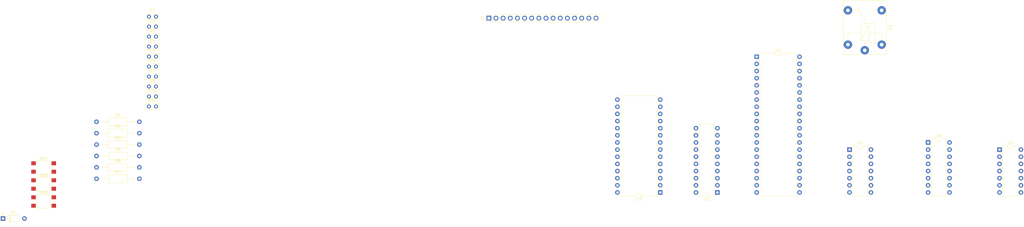
<source format=kicad_pcb>
(kicad_pcb (version 20221018) (generator pcbnew)
  (layers (0 "F.Cu" signal) (31 "B.Cu" signal) (34 "B.Paste" user) (35 "F.Paste" user) (36 "B.SilkS" user "B.Silkscreen") (37 "F.SilkS" user "F.Silkscreen") (38 "B.Mask" user) (39 "F.Mask" user) (44 "Edge.Cuts" user))
  (net 0 "")
  (net 1 "GND")
  (net 2 "+5V")
  (net 3 "/DISP_V0")
  (net 4 "/DISP_RS")
  (net 5 "/DISP_E")
  (net 6 "/DISP_D4")
  (net 7 "/DISP_D5")
  (net 8 "/DISP_D6")
  (net 9 "/DISP_D7")
  (net 10 "Net-(U1-X1)")
  (net 11 "Net-(U1-X2)")
  (net 12 "Net-(U1-~{RESET})")
  (net 13 "Net-(C10-Pad1)")
  (net 15 "/PSEN")
  (net 17 "/ALE")
  (net 18 "/ADDR_DATA0")
  (net 19 "/ADDR_DATA1")
  (net 20 "/ADDR_DATA2")
  (net 21 "/ADDR_DATA3")
  (net 22 "/ADDR_DATA4")
  (net 23 "/ADDR_DATA5")
  (net 24 "/ADDR_DATA6")
  (net 25 "/ADDR_DATA7")
  (net 26 "/ADDR8")
  (net 27 "/ADDR9")
  (net 28 "/ADDR10")
  (net 29 "/ADDR11")
  (net 33 "Net-(C11-Pad1)")
  (net 37 "Net-(U2-Q0)")
  (net 38 "Net-(U2-Q1)")
  (net 39 "Net-(U2-Q2)")
  (net 40 "Net-(U2-Q3)")
  (net 41 "/nALE")
  (net 42 "Net-(U2-Q4)")
  (net 43 "Net-(U2-Q5)")
  (net 44 "Net-(U2-Q6)")
  (net 45 "Net-(U2-Q7)")
  (net 48 "Net-(D1-K)")
  (net 49 "Net-(J2-Pin_2)")
  (net 51 "Net-(J2-Pin_1)")
  (net 52 "Net-(SW7-A)")
  (net 53 "Net-(SW7-C)")
  (net 54 "Net-(U7A-S)")
  (net 55 "/BTN1")
  (net 56 "/SS")
  (net 58 "/RELAY")
  (net 59 "/BTN2")
  (net 61 "/SS_BTN")
  (footprint "Package_DIP:DIP-20_W7.62mm" (layer "F.Cu") (at 119.38 93.98 180)
    (fp_text reference "U2" (at 3.81 -2.33) (layer "F.SilkS"))
    (fp_text value "74LS377")
    (fp_line (start 1.16 -1.33) (end 1.16 24.19) (stroke (width 0.12)) (layer "F.SilkS"))
    (fp_line (start 1.16 24.19) (end 6.46 24.19) (stroke (width 0.12)) (layer "F.SilkS"))
    (fp_line (start 2.81 -1.33) (end 1.16 -1.33) (stroke (width 0.12)) (layer "F.SilkS"))
    (fp_line (start 6.46 -1.33) (end 4.81 -1.33) (stroke (width 0.12)) (layer "F.SilkS"))
    (fp_line (start 6.46 24.19) (end 6.46 -1.33) (stroke (width 0.12)) (layer "F.SilkS"))
    (fp_arc (start 4.81 -1.33) (mid 3.81 -0.33) (end 2.81 -1.33) (stroke (width 0.12)) (layer "F.SilkS"))
    (pad "1" thru_hole rect (at 0 0 180) (size 1.6 1.6) (drill 0.8) (layers "*.Cu" "*.Mask") (net 1 "GND"))
    (pad "2" thru_hole oval (at 0 2.54 180) (size 1.6 1.6) (drill 0.8) (layers "*.Cu" "*.Mask") (net 37 "Net-(U2-Q0)"))
    (pad "3" thru_hole oval (at 0 5.08 180) (size 1.6 1.6) (drill 0.8) (layers "*.Cu" "*.Mask") (net 18 "/ADDR_DATA0"))
    (pad "4" thru_hole oval (at 0 7.62 180) (size 1.6 1.6) (drill 0.8) (layers "*.Cu" "*.Mask") (net 19 "/ADDR_DATA1"))
    (pad "5" thru_hole oval (at 0 10.16 180) (size 1.6 1.6) (drill 0.8) (layers "*.Cu" "*.Mask") (net 38 "Net-(U2-Q1)"))
    (pad "6" thru_hole oval (at 0 12.7 180) (size 1.6 1.6) (drill 0.8) (layers "*.Cu" "*.Mask") (net 39 "Net-(U2-Q2)"))
    (pad "7" thru_hole oval (at 0 15.24 180) (size 1.6 1.6) (drill 0.8) (layers "*.Cu" "*.Mask") (net 20 "/ADDR_DATA2"))
    (pad "8" thru_hole oval (at 0 17.78 180) (size 1.6 1.6) (drill 0.8) (layers "*.Cu" "*.Mask") (net 21 "/ADDR_DATA3"))
    (pad "9" thru_hole oval (at 0 20.32 180) (size 1.6 1.6) (drill 0.8) (layers "*.Cu" "*.Mask") (net 40 "Net-(U2-Q3)"))
    (pad "10" thru_hole oval (at 0 22.86 180) (size 1.6 1.6) (drill 0.8) (layers "*.Cu" "*.Mask") (net 1 "GND"))
    (pad "11" thru_hole oval (at 7.62 22.86 180) (size 1.6 1.6) (drill 0.8) (layers "*.Cu" "*.Mask") (net 41 "/nALE"))
    (pad "12" thru_hole oval (at 7.62 20.32 180) (size 1.6 1.6) (drill 0.8) (layers "*.Cu" "*.Mask") (net 42 "Net-(U2-Q4)"))
    (pad "13" thru_hole oval (at 7.62 17.78 180) (size 1.6 1.6) (drill 0.8) (layers "*.Cu" "*.Mask") (net 22 "/ADDR_DATA4"))
    (pad "14" thru_hole oval (at 7.62 15.24 180) (size 1.6 1.6) (drill 0.8) (layers "*.Cu" "*.Mask") (net 23 "/ADDR_DATA5"))
    (pad "15" thru_hole oval (at 7.62 12.7 180) (size 1.6 1.6) (drill 0.8) (layers "*.Cu" "*.Mask") (net 43 "Net-(U2-Q5)"))
    (pad "16" thru_hole oval (at 7.62 10.16 180) (size 1.6 1.6) (drill 0.8) (layers "*.Cu" "*.Mask") (net 44 "Net-(U2-Q6)"))
    (pad "17" thru_hole oval (at 7.62 7.62 180) (size 1.6 1.6) (drill 0.8) (layers "*.Cu" "*.Mask") (net 24 "/ADDR_DATA6"))
    (pad "18" thru_hole oval (at 7.62 5.08 180) (size 1.6 1.6) (drill 0.8) (layers "*.Cu" "*.Mask") (net 25 "/ADDR_DATA7"))
    (pad "19" thru_hole oval (at 7.62 2.54 180) (size 1.6 1.6) (drill 0.8) (layers "*.Cu" "*.Mask") (net 45 "Net-(U2-Q7)"))
    (pad "20" thru_hole oval (at 7.62 0 180) (size 1.6 1.6) (drill 0.8) (layers "*.Cu" "*.Mask") (net 2 "+5V"))
  )
  (footprint "Package_DIP:DIP-14_W7.62mm" (layer "F.Cu") (at 166.37 78.735)
    (fp_text reference "U4" (at 3.81 -2.33) (layer "F.SilkS"))
    (fp_text value "74HC14")
    (fp_line (start 1.16 -1.33) (end 1.16 16.57) (stroke (width 0.12)) (layer "F.SilkS"))
    (fp_line (start 1.16 16.57) (end 6.46 16.57) (stroke (width 0.12)) (layer "F.SilkS"))
    (fp_line (start 2.81 -1.33) (end 1.16 -1.33) (stroke (width 0.12)) (layer "F.SilkS"))
    (fp_line (start 6.46 -1.33) (end 4.81 -1.33) (stroke (width 0.12)) (layer "F.SilkS"))
    (fp_line (start 6.46 16.57) (end 6.46 -1.33) (stroke (width 0.12)) (layer "F.SilkS"))
    (fp_arc (start 4.81 -1.33) (mid 3.81 -0.33) (end 2.81 -1.33) (stroke (width 0.12)) (layer "F.SilkS"))
    (pad "1" thru_hole rect (at 0 0) (size 1.6 1.6) (drill 0.8) (layers "*.Cu" "*.Mask") (net 17 "/ALE"))
    (pad "2" thru_hole oval (at 0 2.54) (size 1.6 1.6) (drill 0.8) (layers "*.Cu" "*.Mask") (net 41 "/nALE"))
    (pad "3" thru_hole oval (at 0 5.08) (size 1.6 1.6) (drill 0.8) (layers "*.Cu" "*.Mask") (net 33 "Net-(C11-Pad1)"))
    (pad "4" thru_hole oval (at 0 7.62) (size 1.6 1.6) (drill 0.8) (layers "*.Cu" "*.Mask") (net 59 "/BTN2"))
    (pad "5" thru_hole oval (at 0 10.16) (size 1.6 1.6) (drill 0.8) (layers "*.Cu" "*.Mask") (net 13 "Net-(C10-Pad1)"))
    (pad "6" thru_hole oval (at 0 12.7) (size 1.6 1.6) (drill 0.8) (layers "*.Cu" "*.Mask") (net 55 "/BTN1"))
    (pad "7" thru_hole oval (at 0 15.24) (size 1.6 1.6) (drill 0.8) (layers "*.Cu" "*.Mask") (net 1 "GND"))
    (pad "8" thru_hole oval (at 7.62 15.24) (size 1.6 1.6) (drill 0.8) (layers "*.Cu" "*.Mask"))
    (pad "9" thru_hole oval (at 7.62 12.7) (size 1.6 1.6) (drill 0.8) (layers "*.Cu" "*.Mask"))
    (pad "10" thru_hole oval (at 7.62 10.16) (size 1.6 1.6) (drill 0.8) (layers "*.Cu" "*.Mask"))
    (pad "11" thru_hole oval (at 7.62 7.62) (size 1.6 1.6) (drill 0.8) (layers "*.Cu" "*.Mask"))
    (pad "12" thru_hole oval (at 7.62 5.08) (size 1.6 1.6) (drill 0.8) (layers "*.Cu" "*.Mask"))
    (pad "13" thru_hole oval (at 7.62 2.54) (size 1.6 1.6) (drill 0.8) (layers "*.Cu" "*.Mask"))
    (pad "14" thru_hole oval (at 7.62 0) (size 1.6 1.6) (drill 0.8) (layers "*.Cu" "*.Mask") (net 2 "+5V"))
  )
  (footprint "Resistor_THT:R_Axial_DIN0207_L6.3mm_D2.5mm_P15.24mm_Horizontal" (layer "F.Cu") (at -101.42 81)
    (fp_text reference "R5" (at 7.62 -2.37) (layer "F.SilkS"))
    (fp_text value "4.7k")
    (fp_line (start 1.04 0) (end 4.35 0) (stroke (width 0.12)) (layer "F.SilkS"))
    (fp_line (start 4.35 -1.37) (end 4.35 1.37) (stroke (width 0.12)) (layer "F.SilkS"))
    (fp_line (start 4.35 1.37) (end 10.89 1.37) (stroke (width 0.12)) (layer "F.SilkS"))
    (fp_line (start 10.89 -1.37) (end 4.35 -1.37) (stroke (width 0.12)) (layer "F.SilkS"))
    (fp_line (start 10.89 1.37) (end 10.89 -1.37) (stroke (width 0.12)) (layer "F.SilkS"))
    (fp_line (start 14.2 0) (end 10.89 0) (stroke (width 0.12)) (layer "F.SilkS"))
    (pad "1" thru_hole circle (at 0 0) (size 1.6 1.6) (drill 0.8) (layers "*.Cu" "*.Mask") (net 52 "Net-(SW7-A)"))
    (pad "2" thru_hole oval (at 15.24 0) (size 1.6 1.6) (drill 0.8) (layers "*.Cu" "*.Mask") (net 1 "GND"))
  )
  (footprint "Button_Switch_SMD:SW_SPST_TL3305C" (layer "F.Cu") (at -120.22 91.15)
    (fp_text reference "SW2" (at 0 -3.2) (layer "F.SilkS"))
    (fp_text value "SW_Push")
    (fp_line (start -2.37 -2.37) (end -2.37 -1.97) (stroke (width 0.12)) (layer "F.SilkS"))
    (fp_line (start -2.37 -2.37) (end 2.37 -2.37) (stroke (width 0.12)) (layer "F.SilkS"))
    (fp_line (start -2.37 1.03) (end -2.37 -1.03) (stroke (width 0.12)) (layer "F.SilkS"))
    (fp_line (start -2.37 2.37) (end -2.37 1.97) (stroke (width 0.12)) (layer "F.SilkS"))
    (fp_line (start -2.37 2.37) (end 2.37 2.37) (stroke (width 0.12)) (layer "F.SilkS"))
    (fp_line (start 2.37 -2.37) (end 2.37 -1.97) (stroke (width 0.12)) (layer "F.SilkS"))
    (fp_line (start 2.37 1.03) (end 2.37 -1.03) (stroke (width 0.12)) (layer "F.SilkS"))
    (fp_line (start 2.37 2.37) (end 2.37 1.97) (stroke (width 0.12)) (layer "F.SilkS"))
    (pad "1" smd rect (at -3.6 -1.5) (size 1.6 1.4) (layers "F.Cu" "F.Paste" "F.Mask") (net 1 "GND"))
    (pad "1" smd rect (at 3.6 -1.5) (size 1.6 1.4) (layers "F.Cu" "F.Paste" "F.Mask") (net 1 "GND"))
    (pad "2" smd rect (at -3.6 1.5) (size 1.6 1.4) (layers "F.Cu" "F.Paste" "F.Mask") (net 12 "Net-(U1-~{RESET})"))
    (pad "2" smd rect (at 3.6 1.5) (size 1.6 1.4) (layers "F.Cu" "F.Paste" "F.Mask") (net 12 "Net-(U1-~{RESET})"))
  )
  (footprint "Relay_THT:Relay_SPDT_Finder_36.11" (layer "F.Cu") (at 171.8 43.41 90)
    (fp_text reference "K2" (at 8.1 9.2 90) (layer "F.SilkS"))
    (fp_text value "FINDER-36.11")
    (fp_line (start -1.5 -7.7) (end -1.5 -1.2) (stroke (width 0.12)) (layer "F.SilkS"))
    (fp_line (start -1.5 -7.7) (end 17.7 -7.7) (stroke (width 0.12)) (layer "F.SilkS"))
    (fp_line (start -1.5 1.2) (end -1.5 7.7) (stroke (width 0.12)) (layer "F.SilkS"))
    (fp_line (start 2.6 0) (end 1.7 0) (stroke (width 0.12)) (layer "F.SilkS"))
    (fp_line (start 2.6 0) (end 2.6 3.7) (stroke (width 0.12)) (layer "F.SilkS"))
    (fp_line (start 3.5 -1.5) (end 8.5 -1.5) (stroke (width 0.12)) (layer "F.SilkS"))
    (fp_line (start 3.5 1.5) (end 3.5 -1.5) (stroke (width 0.12)) (layer "F.SilkS"))
    (fp_line (start 3.7 6) (end 6 6) (stroke (width 0.12)) (layer "F.SilkS"))
    (fp_line (start 6 -6) (end 3.7 -6) (stroke (width 0.12)) (layer "F.SilkS"))
    (fp_line (start 6 -6) (end 6 -1.5) (stroke (width 0.12)) (layer "F.SilkS"))
    (fp_line (start 6 1.5) (end 6 6) (stroke (width 0.12)) (layer "F.SilkS"))
    (fp_line (start 8.5 -1.5) (end 8.5 1.5) (stroke (width 0.12)) (layer "F.SilkS"))
    (fp_line (start 8.5 1.5) (end 3.5 -1.5) (stroke (width 0.12)) (layer "F.SilkS"))
    (fp_line (start 8.5 1.5) (end 3.5 1.5) (stroke (width 0.12)) (layer "F.SilkS"))
    (fp_line (start 9.5 0) (end 9.5 3.7) (stroke (width 0.12)) (layer "F.SilkS"))
    (fp_line (start 9.5 0) (end 11 0) (stroke (width 0.12)) (layer "F.SilkS"))
    (fp_line (start 9.5 3.7) (end 2.6 3.7) (stroke (width 0.12)) (layer "F.SilkS"))
    (fp_line (start 11 0) (end 15.5 -2.7) (stroke (width 0.12)) (layer "F.SilkS"))
    (fp_line (start 14.2 -4.3) (end 14.2 -2) (stroke (width 0.12)) (layer "F.SilkS"))
    (fp_line (start 14.2 4.3) (end 14.2 2) (stroke (width 0.12)) (layer "F.SilkS"))
    (fp_line (start 17.7 -7.7) (end 17.7 7.7) (stroke (width 0.12)) (layer "F.SilkS"))
    (fp_line (start 17.7 7.7) (end -1.5 7.7) (stroke (width 0.12)) (layer "F.SilkS"))
    (pad "11" thru_hole circle (at 0 0 90) (size 3 3) (drill 1.3) (layers "*.Cu" "*.Mask") (net 49 "Net-(J2-Pin_2)"))
    (pad "12" thru_hole circle (at 14.2 -6 90) (size 3 3) (drill 1.3) (layers "*.Cu" "*.Mask"))
    (pad "14" thru_hole circle (at 14.2 6 90) (size 3 3) (drill 1.3) (layers "*.Cu" "*.Mask") (net 51 "Net-(J2-Pin_1)"))
    (pad "A1" thru_hole circle (at 2 6 90) (size 3 3) (drill 1.3) (layers "*.Cu" "*.Mask") (net 1 "GND"))
    (pad "A2" thru_hole circle (at 2 -6 90) (size 3 3) (drill 1.3) (layers "*.Cu" "*.Mask") (net 48 "Net-(D1-K)"))
  )
  (footprint "Resistor_THT:R_Axial_DIN0207_L6.3mm_D2.5mm_P15.24mm_Horizontal" (layer "F.Cu") (at -101.42 89.1)
    (fp_text reference "R7" (at 7.62 -2.37) (layer "F.SilkS"))
    (fp_text value "4.7k")
    (fp_line (start 1.04 0) (end 4.35 0) (stroke (width 0.12)) (layer "F.SilkS"))
    (fp_line (start 4.35 -1.37) (end 4.35 1.37) (stroke (width 0.12)) (layer "F.SilkS"))
    (fp_line (start 4.35 1.37) (end 10.89 1.37) (stroke (width 0.12)) (layer "F.SilkS"))
    (fp_line (start 10.89 -1.37) (end 4.35 -1.37) (stroke (width 0.12)) (layer "F.SilkS"))
    (fp_line (start 10.89 1.37) (end 10.89 -1.37) (stroke (width 0.12)) (layer "F.SilkS"))
    (fp_line (start 14.2 0) (end 10.89 0) (stroke (width 0.12)) (layer "F.SilkS"))
    (pad "1" thru_hole circle (at 0 0) (size 1.6 1.6) (drill 0.8) (layers "*.Cu" "*.Mask") (net 54 "Net-(U7A-S)"))
    (pad "2" thru_hole oval (at 15.24 0) (size 1.6 1.6) (drill 0.8) (layers "*.Cu" "*.Mask") (net 1 "GND"))
  )
  (footprint "Capacitor_THT:C_Rect_L4.6mm_W2.0mm_P2.50mm_MKS02_FKP02" (layer "F.Cu") (at -82.77 45.65)
    (fp_text reference "C5" (at 1.25 -2.25) (layer "F.SilkS"))
    (fp_text value "1uF")
    (fp_line (start -1.17 -1.12) (end -1.17 1.12) (stroke (width 0.12)) (layer "F.SilkS"))
    (fp_line (start -1.17 -1.12) (end 3.67 -1.12) (stroke (width 0.12)) (layer "F.SilkS"))
    (fp_line (start -1.17 1.12) (end 3.67 1.12) (stroke (width 0.12)) (layer "F.SilkS"))
    (fp_line (start 3.67 -1.12) (end 3.67 1.12) (stroke (width 0.12)) (layer "F.SilkS"))
    (pad "1" thru_hole circle (at 0 0) (size 1.4 1.4) (drill 0.7) (layers "*.Cu" "*.Mask") (net 1 "GND"))
    (pad "2" thru_hole circle (at 2.5 0) (size 1.4 1.4) (drill 0.7) (layers "*.Cu" "*.Mask") (net 10 "Net-(U1-X1)"))
  )
  (footprint "Capacitor_THT:C_Rect_L4.6mm_W2.0mm_P2.50mm_MKS02_FKP02" (layer "F.Cu") (at -82.77 49.2)
    (fp_text reference "C6" (at 1.25 -2.25) (layer "F.SilkS"))
    (fp_text value "1uF")
    (fp_line (start -1.17 -1.12) (end -1.17 1.12) (stroke (width 0.12)) (layer "F.SilkS"))
    (fp_line (start -1.17 -1.12) (end 3.67 -1.12) (stroke (width 0.12)) (layer "F.SilkS"))
    (fp_line (start -1.17 1.12) (end 3.67 1.12) (stroke (width 0.12)) (layer "F.SilkS"))
    (fp_line (start 3.67 -1.12) (end 3.67 1.12) (stroke (width 0.12)) (layer "F.SilkS"))
    (pad "1" thru_hole circle (at 0 0) (size 1.4 1.4) (drill 0.7) (layers "*.Cu" "*.Mask") (net 1 "GND"))
    (pad "2" thru_hole circle (at 2.5 0) (size 1.4 1.4) (drill 0.7) (layers "*.Cu" "*.Mask") (net 11 "Net-(U1-X2)"))
  )
  (footprint "Capacitor_THT:C_Rect_L4.6mm_W2.0mm_P2.50mm_MKS02_FKP02" (layer "F.Cu") (at -82.77 38.55)
    (fp_text reference "C3" (at 1.25 -2.25) (layer "F.SilkS"))
    (fp_text value "1uF")
    (fp_line (start -1.17 -1.12) (end -1.17 1.12) (stroke (width 0.12)) (layer "F.SilkS"))
    (fp_line (start -1.17 -1.12) (end 3.67 -1.12) (stroke (width 0.12)) (layer "F.SilkS"))
    (fp_line (start -1.17 1.12) (end 3.67 1.12) (stroke (width 0.12)) (layer "F.SilkS"))
    (fp_line (start 3.67 -1.12) (end 3.67 1.12) (stroke (width 0.12)) (layer "F.SilkS"))
    (pad "1" thru_hole circle (at 0 0) (size 1.4 1.4) (drill 0.7) (layers "*.Cu" "*.Mask") (net 2 "+5V"))
    (pad "2" thru_hole circle (at 2.5 0) (size 1.4 1.4) (drill 0.7) (layers "*.Cu" "*.Mask") (net 1 "GND"))
  )
  (footprint "Package_DIP:DIP-40_W15.24mm" (layer "F.Cu") (at 133.35 45.72)
    (fp_text reference "U1" (at 7.62 -2.33) (layer "F.SilkS"))
    (fp_text value "8035")
    (fp_line (start 1.16 -1.33) (end 1.16 49.59) (stroke (width 0.12)) (layer "F.SilkS"))
    (fp_line (start 1.16 49.59) (end 14.08 49.59) (stroke (width 0.12)) (layer "F.SilkS"))
    (fp_line (start 6.62 -1.33) (end 1.16 -1.33) (stroke (width 0.12)) (layer "F.SilkS"))
    (fp_line (start 14.08 -1.33) (end 8.62 -1.33) (stroke (width 0.12)) (layer "F.SilkS"))
    (fp_line (start 14.08 49.59) (end 14.08 -1.33) (stroke (width 0.12)) (layer "F.SilkS"))
    (fp_arc (start 8.62 -1.33) (mid 7.62 -0.33) (end 6.62 -1.33) (stroke (width 0.12)) (layer "F.SilkS"))
    (pad "1" thru_hole rect (at 0 0) (size 1.6 1.6) (drill 0.8) (layers "*.Cu" "*.Mask") (net 55 "/BTN1"))
    (pad "2" thru_hole oval (at 0 2.54) (size 1.6 1.6) (drill 0.8) (layers "*.Cu" "*.Mask") (net 10 "Net-(U1-X1)"))
    (pad "3" thru_hole oval (at 0 5.08) (size 1.6 1.6) (drill 0.8) (layers "*.Cu" "*.Mask") (net 11 "Net-(U1-X2)"))
    (pad "4" thru_hole oval (at 0 7.62) (size 1.6 1.6) (drill 0.8) (layers "*.Cu" "*.Mask") (net 12 "Net-(U1-~{RESET})"))
    (pad "5" thru_hole oval (at 0 10.16) (size 1.6 1.6) (drill 0.8) (layers "*.Cu" "*.Mask") (net 56 "/SS"))
    (pad "6" thru_hole oval (at 0 12.7) (size 1.6 1.6) (drill 0.8) (layers "*.Cu" "*.Mask"))
    (pad "7" thru_hole oval (at 0 15.24) (size 1.6 1.6) (drill 0.8) (layers "*.Cu" "*.Mask") (net 2 "+5V"))
    (pad "8" thru_hole oval (at 0 17.78) (size 1.6 1.6) (drill 0.8) (layers "*.Cu" "*.Mask"))
    (pad "9" thru_hole oval (at 0 20.32) (size 1.6 1.6) (drill 0.8) (layers "*.Cu" "*.Mask") (net 15 "/PSEN"))
    (pad "10" thru_hole oval (at 0 22.86) (size 1.6 1.6) (drill 0.8) (layers "*.Cu" "*.Mask"))
    (pad "11" thru_hole oval (at 0 25.4) (size 1.6 1.6) (drill 0.8) (layers "*.Cu" "*.Mask") (net 17 "/ALE"))
    (pad "12" thru_hole oval (at 0 27.94) (size 1.6 1.6) (drill 0.8) (layers "*.Cu" "*.Mask") (net 18 "/ADDR_DATA0"))
    (pad "13" thru_hole oval (at 0 30.48) (size 1.6 1.6) (drill 0.8) (layers "*.Cu" "*.Mask") (net 19 "/ADDR_DATA1"))
    (pad "14" thru_hole oval (at 0 33.02) (size 1.6 1.6) (drill 0.8) (layers "*.Cu" "*.Mask") (net 20 "/ADDR_DATA2"))
    (pad "15" thru_hole oval (at 0 35.56) (size 1.6 1.6) (drill 0.8) (layers "*.Cu" "*.Mask") (net 21 "/ADDR_DATA3"))
    (pad "16" thru_hole oval (at 0 38.1) (size 1.6 1.6) (drill 0.8) (layers "*.Cu" "*.Mask") (net 22 "/ADDR_DATA4"))
    (pad "17" thru_hole oval (at 0 40.64) (size 1.6 1.6) (drill 0.8) (layers "*.Cu" "*.Mask") (net 23 "/ADDR_DATA5"))
    (pad "18" thru_hole oval (at 0 43.18) (size 1.6 1.6) (drill 0.8) (layers "*.Cu" "*.Mask") (net 24 "/ADDR_DATA6"))
    (pad "19" thru_hole oval (at 0 45.72) (size 1.6 1.6) (drill 0.8) (layers "*.Cu" "*.Mask") (net 25 "/ADDR_DATA7"))
    (pad "20" thru_hole oval (at 0 48.26) (size 1.6 1.6) (drill 0.8) (layers "*.Cu" "*.Mask") (net 1 "GND"))
    (pad "21" thru_hole oval (at 15.24 48.26) (size 1.6 1.6) (drill 0.8) (layers "*.Cu" "*.Mask") (net 26 "/ADDR8"))
    (pad "22" thru_hole oval (at 15.24 45.72) (size 1.6 1.6) (drill 0.8) (layers "*.Cu" "*.Mask") (net 27 "/ADDR9"))
    (pad "23" thru_hole oval (at 15.24 43.18) (size 1.6 1.6) (drill 0.8) (layers "*.Cu" "*.Mask") (net 28 "/ADDR10"))
    (pad "24" thru_hole oval (at 15.24 40.64) (size 1.6 1.6) (drill 0.8) (layers "*.Cu" "*.Mask") (net 29 "/ADDR11"))
    (pad "25" thru_hole oval (at 15.24 38.1) (size 1.6 1.6) (drill 0.8) (layers "*.Cu" "*.Mask"))
    (pad "26" thru_hole oval (at 15.24 35.56) (size 1.6 1.6) (drill 0.8) (layers "*.Cu" "*.Mask") (net 2 "+5V"))
    (pad "27" thru_hole oval (at 15.24 33.02) (size 1.6 1.6) (drill 0.8) (layers "*.Cu" "*.Mask") (net 6 "/DISP_D4"))
    (pad "28" thru_hole oval (at 15.24 30.48) (size 1.6 1.6) (drill 0.8) (layers "*.Cu" "*.Mask") (net 7 "/DISP_D5"))
    (pad "29" thru_hole oval (at 15.24 27.94) (size 1.6 1.6) (drill 0.8) (layers "*.Cu" "*.Mask") (net 8 "/DISP_D6"))
    (pad "30" thru_hole oval (at 15.24 25.4) (size 1.6 1.6) (drill 0.8) (layers "*.Cu" "*.Mask") (net 9 "/DISP_D7"))
    (pad "31" thru_hole oval (at 15.24 22.86) (size 1.6 1.6) (drill 0.8) (layers "*.Cu" "*.Mask") (net 4 "/DISP_RS"))
    (pad "32" thru_hole oval (at 15.24 20.32) (size 1.6 1.6) (drill 0.8) (layers "*.Cu" "*.Mask") (net 5 "/DISP_E"))
    (pad "33" thru_hole oval (at 15.24 17.78) (size 1.6 1.6) (drill 0.8) (layers "*.Cu" "*.Mask"))
    (pad "34" thru_hole oval (at 15.24 15.24) (size 1.6 1.6) (drill 0.8) (layers "*.Cu" "*.Mask"))
    (pad "35" thru_hole oval (at 15.24 12.7) (size 1.6 1.6) (drill 0.8) (layers "*.Cu" "*.Mask") (net 58 "/RELAY"))
    (pad "36" thru_hole oval (at 15.24 10.16) (size 1.6 1.6) (drill 0.8) (layers "*.Cu" "*.Mask"))
    (pad "37" thru_hole oval (at 15.24 7.62) (size 1.6 1.6) (drill 0.8) (layers "*.Cu" "*.Mask"))
    (pad "38" thru_hole oval (at 15.24 5.08) (size 1.6 1.6) (drill 0.8) (layers "*.Cu" "*.Mask"))
    (pad "39" thru_hole oval (at 15.24 2.54) (size 1.6 1.6) (drill 0.8) (layers "*.Cu" "*.Mask") (net 59 "/BTN2"))
    (pad "40" thru_hole oval (at 15.24 0) (size 1.6 1.6) (drill 0.8) (layers "*.Cu" "*.Mask") (net 2 "+5V"))
  )
  (footprint "Package_DIP:DIP-16_W7.62mm" (layer "F.Cu") (at 194.31 76.195)
    (fp_text reference "U6" (at 3.81 -2.33) (layer "F.SilkS"))
    (fp_text value "4043")
    (fp_line (start 1.16 -1.33) (end 1.16 19.11) (stroke (width 0.12)) (layer "F.SilkS"))
    (fp_line (start 1.16 19.11) (end 6.46 19.11) (stroke (width 0.12)) (layer "F.SilkS"))
    (fp_line (start 2.81 -1.33) (end 1.16 -1.33) (stroke (width 0.12)) (layer "F.SilkS"))
    (fp_line (start 6.46 -1.33) (end 4.81 -1.33) (stroke (width 0.12)) (layer "F.SilkS"))
    (fp_line (start 6.46 19.11) (end 6.46 -1.33) (stroke (width 0.12)) (layer "F.SilkS"))
    (fp_arc (start 4.81 -1.33) (mid 3.81 -0.33) (end 2.81 -1.33) (stroke (width 0.12)) (layer "F.SilkS"))
    (pad "1" thru_hole rect (at 0 0) (size 1.6 1.6) (drill 0.8) (layers "*.Cu" "*.Mask"))
    (pad "2" thru_hole oval (at 0 2.54) (size 1.6 1.6) (drill 0.8) (layers "*.Cu" "*.Mask") (net 61 "/SS_BTN"))
    (pad "3" thru_hole oval (at 0 5.08) (size 1.6 1.6) (drill 0.8) (layers "*.Cu" "*.Mask") (net 52 "Net-(SW7-A)"))
    (pad "4" thru_hole oval (at 0 7.62) (size 1.6 1.6) (drill 0.8) (layers "*.Cu" "*.Mask") (net 53 "Net-(SW7-C)"))
    (pad "5" thru_hole oval (at 0 10.16) (size 1.6 1.6) (drill 0.8) (layers "*.Cu" "*.Mask") (net 2 "+5V"))
    (pad "6" thru_hole oval (at 0 12.7) (size 1.6 1.6) (drill 0.8) (layers "*.Cu" "*.Mask"))
    (pad "7" thru_hole oval (at 0 15.24) (size 1.6 1.6) (drill 0.8) (layers "*.Cu" "*.Mask"))
    (pad "8" thru_hole oval (at 0 17.78) (size 1.6 1.6) (drill 0.8) (layers "*.Cu" "*.Mask") (net 1 "GND"))
    (pad "9" thru_hole oval (at 7.62 17.78) (size 1.6 1.6) (drill 0.8) (layers "*.Cu" "*.Mask"))
    (pad "10" thru_hole oval (at 7.62 15.24) (size 1.6 1.6) (drill 0.8) (layers "*.Cu" "*.Mask"))
    (pad "11" thru_hole oval (at 7.62 12.7) (size 1.6 1.6) (drill 0.8) (layers "*.Cu" "*.Mask"))
    (pad "12" thru_hole oval (at 7.62 10.16) (size 1.6 1.6) (drill 0.8) (layers "*.Cu" "*.Mask"))
    (pad "13" thru_hole oval (at 7.62 7.62) (size 1.6 1.6) (drill 0.8) (layers "*.Cu" "*.Mask"))
    (pad "14" thru_hole oval (at 7.62 5.08) (size 1.6 1.6) (drill 0.8) (layers "*.Cu" "*.Mask"))
    (pad "15" thru_hole oval (at 7.62 2.54) (size 1.6 1.6) (drill 0.8) (layers "*.Cu" "*.Mask"))
    (pad "16" thru_hole oval (at 7.62 0) (size 1.6 1.6) (drill 0.8) (layers "*.Cu" "*.Mask") (net 2 "+5V"))
  )
  (footprint "Resistor_THT:R_Axial_DIN0207_L6.3mm_D2.5mm_P15.24mm_Horizontal" (layer "F.Cu") (at -101.42 85.05)
    (fp_text reference "R6" (at 7.62 -2.37) (layer "F.SilkS"))
    (fp_text value "4.7k")
    (fp_line (start 1.04 0) (end 4.35 0) (stroke (width 0.12)) (layer "F.SilkS"))
    (fp_line (start 4.35 -1.37) (end 4.35 1.37) (stroke (width 0.12)) (layer "F.SilkS"))
    (fp_line (start 4.35 1.37) (end 10.89 1.37) (stroke (width 0.12)) (layer "F.SilkS"))
    (fp_line (start 10.89 -1.37) (end 4.35 -1.37) (stroke (width 0.12)) (layer "F.SilkS"))
    (fp_line (start 10.89 1.37) (end 10.89 -1.37) (stroke (width 0.12)) (layer "F.SilkS"))
    (fp_line (start 14.2 0) (end 10.89 0) (stroke (width 0.12)) (layer "F.SilkS"))
    (pad "1" thru_hole circle (at 0 0) (size 1.6 1.6) (drill 0.8) (layers "*.Cu" "*.Mask") (net 53 "Net-(SW7-C)"))
    (pad "2" thru_hole oval (at 15.24 0) (size 1.6 1.6) (drill 0.8) (layers "*.Cu" "*.Mask") (net 1 "GND"))
  )
  (footprint "Button_Switch_SMD:SW_SPST_TL3305C" (layer "F.Cu") (at -120.22 97.2)
    (fp_text reference "SW3" (at 0 -3.2) (layer "F.SilkS"))
    (fp_text value "SW_Push")
    (fp_line (start -2.37 -2.37) (end -2.37 -1.97) (stroke (width 0.12)) (layer "F.SilkS"))
    (fp_line (start -2.37 -2.37) (end 2.37 -2.37) (stroke (width 0.12)) (layer "F.SilkS"))
    (fp_line (start -2.37 1.03) (end -2.37 -1.03) (stroke (width 0.12)) (layer "F.SilkS"))
    (fp_line (start -2.37 2.37) (end -2.37 1.97) (stroke (width 0.12)) (layer "F.SilkS"))
    (fp_line (start -2.37 2.37) (end 2.37 2.37) (stroke (width 0.12)) (layer "F.SilkS"))
    (fp_line (start 2.37 -2.37) (end 2.37 -1.97) (stroke (width 0.12)) (layer "F.SilkS"))
    (fp_line (start 2.37 1.03) (end 2.37 -1.03) (stroke (width 0.12)) (layer "F.SilkS"))
    (fp_line (start 2.37 2.37) (end 2.37 1.97) (stroke (width 0.12)) (layer "F.SilkS"))
    (pad "1" smd rect (at -3.6 -1.5) (size 1.6 1.4) (layers "F.Cu" "F.Paste" "F.Mask") (net 1 "GND"))
    (pad "1" smd rect (at 3.6 -1.5) (size 1.6 1.4) (layers "F.Cu" "F.Paste" "F.Mask") (net 1 "GND"))
    (pad "2" smd rect (at -3.6 1.5) (size 1.6 1.4) (layers "F.Cu" "F.Paste" "F.Mask") (net 33 "Net-(C11-Pad1)"))
    (pad "2" smd rect (at 3.6 1.5) (size 1.6 1.4) (layers "F.Cu" "F.Paste" "F.Mask") (net 33 "Net-(C11-Pad1)"))
  )
  (footprint "Capacitor_THT:C_Rect_L4.6mm_W2.0mm_P2.50mm_MKS02_FKP02" (layer "F.Cu") (at -82.77 35)
    (fp_text reference "C2" (at 1.25 -2.25) (layer "F.SilkS"))
    (fp_text value "1uF")
    (fp_line (start -1.17 -1.12) (end -1.17 1.12) (stroke (width 0.12)) (layer "F.SilkS"))
    (fp_line (start -1.17 -1.12) (end 3.67 -1.12) (stroke (width 0.12)) (layer "F.SilkS"))
    (fp_line (start -1.17 1.12) (end 3.67 1.12) (stroke (width 0.12)) (layer "F.SilkS"))
    (fp_line (start 3.67 -1.12) (end 3.67 1.12) (stroke (width 0.12)) (layer "F.SilkS"))
    (pad "1" thru_hole circle (at 0 0) (size 1.4 1.4) (drill 0.7) (layers "*.Cu" "*.Mask") (net 1 "GND"))
    (pad "2" thru_hole circle (at 2.5 0) (size 1.4 1.4) (drill 0.7) (layers "*.Cu" "*.Mask") (net 2 "+5V"))
  )
  (footprint "Capacitor_THT:C_Rect_L4.6mm_W2.0mm_P2.50mm_MKS02_FKP02" (layer "F.Cu") (at -82.77 42.1)
    (fp_text reference "C4" (at 1.25 -2.25) (layer "F.SilkS"))
    (fp_text value "1uF")
    (fp_line (start -1.17 -1.12) (end -1.17 1.12) (stroke (width 0.12)) (layer "F.SilkS"))
    (fp_line (start -1.17 -1.12) (end 3.67 -1.12) (stroke (width 0.12)) (layer "F.SilkS"))
    (fp_line (start -1.17 1.12) (end 3.67 1.12) (stroke (width 0.12)) (layer "F.SilkS"))
    (fp_line (start 3.67 -1.12) (end 3.67 1.12) (stroke (width 0.12)) (layer "F.SilkS"))
    (pad "1" thru_hole circle (at 0 0) (size 1.4 1.4) (drill 0.7) (layers "*.Cu" "*.Mask") (net 2 "+5V"))
    (pad "2" thru_hole circle (at 2.5 0) (size 1.4 1.4) (drill 0.7) (layers "*.Cu" "*.Mask") (net 1 "GND"))
  )
  (footprint "Diode_THT:D_DO-35_SOD27_P7.62mm_Horizontal" (layer "F.Cu") (at -134.67 103.25)
    (fp_text reference "D1" (at 3.81 -2.12) (layer "F.SilkS"))
    (fp_text value "1N4148")
    (fp_text user "K" (at 0 -1.8) (layer "F.SilkS"))
    (fp_line (start 1.04 0) (end 1.69 0) (stroke (width 0.12)) (layer "F.SilkS"))
    (fp_line (start 1.69 -1.12) (end 1.69 1.12) (stroke (width 0.12)) (layer "F.SilkS"))
    (fp_line (start 1.69 1.12) (end 5.93 1.12) (stroke (width 0.12)) (layer "F.SilkS"))
    (fp_line (start 2.29 -1.12) (end 2.29 1.12) (stroke (width 0.12)) (layer "F.SilkS"))
    (fp_line (start 2.41 -1.12) (end 2.41 1.12) (stroke (width 0.12)) (layer "F.SilkS"))
    (fp_line (start 2.53 -1.12) (end 2.53 1.12) (stroke (width 0.12)) (layer "F.SilkS"))
    (fp_line (start 5.93 -1.12) (end 1.69 -1.12) (stroke (width 0.12)) (layer "F.SilkS"))
    (fp_line (start 5.93 1.12) (end 5.93 -1.12) (stroke (width 0.12)) (layer "F.SilkS"))
    (fp_line (start 6.58 0) (end 5.93 0) (stroke (width 0.12)) (layer "F.SilkS"))
    (pad "1" thru_hole rect (at 0 0) (size 1.6 1.6) (drill 0.8) (layers "*.Cu" "*.Mask") (net 48 "Net-(D1-K)"))
    (pad "2" thru_hole oval (at 7.62 0) (size 1.6 1.6) (drill 0.8) (layers "*.Cu" "*.Mask") (net 1 "GND"))
  )
  (footprint "Resistor_THT:R_Axial_DIN0207_L6.3mm_D2.5mm_P15.24mm_Horizontal" (layer "F.Cu") (at -101.42 76.95)
    (fp_text reference "R3" (at 7.62 -2.37) (layer "F.SilkS"))
    (fp_text value "4.7k")
    (fp_line (start 1.04 0) (end 4.35 0) (stroke (width 0.12)) (layer "F.SilkS"))
    (fp_line (start 4.35 -1.37) (end 4.35 1.37) (stroke (width 0.12)) (layer "F.SilkS"))
    (fp_line (start 4.35 1.37) (end 10.89 1.37) (stroke (width 0.12)) (layer "F.SilkS"))
    (fp_line (start 10.89 -1.37) (end 4.35 -1.37) (stroke (width 0.12)) (layer "F.SilkS"))
    (fp_line (start 10.89 1.37) (end 10.89 -1.37) (stroke (width 0.12)) (layer "F.SilkS"))
    (fp_line (start 14.2 0) (end 10.89 0) (stroke (width 0.12)) (layer "F.SilkS"))
    (pad "1" thru_hole circle (at 0 0) (size 1.6 1.6) (drill 0.8) (layers "*.Cu" "*.Mask") (net 33 "Net-(C11-Pad1)"))
    (pad "2" thru_hole oval (at 15.24 0) (size 1.6 1.6) (drill 0.8) (layers "*.Cu" "*.Mask") (net 2 "+5V"))
  )
  (footprint "Button_Switch_SMD:SW_SPST_TL3305C" (layer "F.Cu") (at -120.22 85.1)
    (fp_text reference "SW1" (at 0 -3.2) (layer "F.SilkS"))
    (fp_text value "SW_Push")
    (fp_line (start -2.37 -2.37) (end -2.37 -1.97) (stroke (width 0.12)) (layer "F.SilkS"))
    (fp_line (start -2.37 -2.37) (end 2.37 -2.37) (stroke (width 0.12)) (layer "F.SilkS"))
    (fp_line (start -2.37 1.03) (end -2.37 -1.03) (stroke (width 0.12)) (layer "F.SilkS"))
    (fp_line (start -2.37 2.37) (end -2.37 1.97) (stroke (width 0.12)) (layer "F.SilkS"))
    (fp_line (start -2.37 2.37) (end 2.37 2.37) (stroke (width 0.12)) (layer "F.SilkS"))
    (fp_line (start 2.37 -2.37) (end 2.37 -1.97) (stroke (width 0.12)) (layer "F.SilkS"))
    (fp_line (start 2.37 1.03) (end 2.37 -1.03) (stroke (width 0.12)) (layer "F.SilkS"))
    (fp_line (start 2.37 2.37) (end 2.37 1.97) (stroke (width 0.12)) (layer "F.SilkS"))
    (pad "1" smd rect (at -3.6 -1.5) (size 1.6 1.4) (layers "F.Cu" "F.Paste" "F.Mask") (net 1 "GND"))
    (pad "1" smd rect (at 3.6 -1.5) (size 1.6 1.4) (layers "F.Cu" "F.Paste" "F.Mask") (net 1 "GND"))
    (pad "2" smd rect (at -3.6 1.5) (size 1.6 1.4) (layers "F.Cu" "F.Paste" "F.Mask") (net 13 "Net-(C10-Pad1)"))
    (pad "2" smd rect (at 3.6 1.5) (size 1.6 1.4) (layers "F.Cu" "F.Paste" "F.Mask") (net 13 "Net-(C10-Pad1)"))
  )
  (footprint "Capacitor_THT:C_Rect_L4.6mm_W2.0mm_P2.50mm_MKS02_FKP02" (layer "F.Cu") (at -82.77 31.45)
    (fp_text reference "C1" (at 1.25 -2.25) (layer "F.SilkS"))
    (fp_text value "1uF")
    (fp_line (start -1.17 -1.12) (end -1.17 1.12) (stroke (width 0.12)) (layer "F.SilkS"))
    (fp_line (start -1.17 -1.12) (end 3.67 -1.12) (stroke (width 0.12)) (layer "F.SilkS"))
    (fp_line (start -1.17 1.12) (end 3.67 1.12) (stroke (width 0.12)) (layer "F.SilkS"))
    (fp_line (start 3.67 -1.12) (end 3.67 1.12) (stroke (width 0.12)) (layer "F.SilkS"))
    (pad "1" thru_hole circle (at 0 0) (size 1.4 1.4) (drill 0.7) (layers "*.Cu" "*.Mask") (net 1 "GND"))
    (pad "2" thru_hole circle (at 2.5 0) (size 1.4 1.4) (drill 0.7) (layers "*.Cu" "*.Mask") (net 12 "Net-(U1-~{RESET})"))
  )
  (footprint "Capacitor_THT:C_Rect_L4.6mm_W2.0mm_P2.50mm_MKS02_FKP02" (layer "F.Cu") (at -82.77 52.75)
    (fp_text reference "C7" (at 1.25 -2.25) (layer "F.SilkS"))
    (fp_text value "1uF")
    (fp_line (start -1.17 -1.12) (end -1.17 1.12) (stroke (width 0.12)) (layer "F.SilkS"))
    (fp_line (start -1.17 -1.12) (end 3.67 -1.12) (stroke (width 0.12)) (layer "F.SilkS"))
    (fp_line (start -1.17 1.12) (end 3.67 1.12) (stroke (width 0.12)) (layer "F.SilkS"))
    (fp_line (start 3.67 -1.12) (end 3.67 1.12) (stroke (width 0.12)) (layer "F.SilkS"))
    (pad "1" thru_hole circle (at 0 0) (size 1.4 1.4) (drill 0.7) (layers "*.Cu" "*.Mask") (net 2 "+5V"))
    (pad "2" thru_hole circle (at 2.5 0) (size 1.4 1.4) (drill 0.7) (layers "*.Cu" "*.Mask") (net 1 "GND"))
  )
  (footprint "Package_DIP:DIP-28_W15.24mm" (layer "F.Cu") (at 99.06 93.98 180)
    (fp_text reference "U3" (at 7.62 -2.33) (layer "F.SilkS"))
    (fp_text value "~")
    (fp_line (start 1.16 -1.33) (end 1.16 34.35) (stroke (width 0.12)) (layer "F.SilkS"))
    (fp_line (start 1.16 34.35) (end 14.08 34.35) (stroke (width 0.12)) (layer "F.SilkS"))
    (fp_line (start 6.62 -1.33) (end 1.16 -1.33) (stroke (width 0.12)) (layer "F.SilkS"))
    (fp_line (start 14.08 -1.33) (end 8.62 -1.33) (stroke (width 0.12)) (layer "F.SilkS"))
    (fp_line (start 14.08 34.35) (end 14.08 -1.33) (stroke (width 0.12)) (layer "F.SilkS"))
    (fp_arc (start 8.62 -1.33) (mid 7.62 -0.33) (end 6.62 -1.33) (stroke (width 0.12)) (layer "F.SilkS"))
    (pad "1" thru_hole rect (at 0 0 180) (size 1.6 1.6) (drill 0.8) (layers "*.Cu" "*.Mask"))
    (pad "2" thru_hole oval (at 0 2.54 180) (size 1.6 1.6) (drill 0.8) (layers "*.Cu" "*.Mask") (net 1 "GND"))
    (pad "3" thru_hole oval (at 0 5.08 180) (size 1.6 1.6) (drill 0.8) (layers "*.Cu" "*.Mask") (net 45 "Net-(U2-Q7)"))
    (pad "4" thru_hole oval (at 0 7.62 180) (size 1.6 1.6) (drill 0.8) (layers "*.Cu" "*.Mask") (net 44 "Net-(U2-Q6)"))
    (pad "5" thru_hole oval (at 0 10.16 180) (size 1.6 1.6) (drill 0.8) (layers "*.Cu" "*.Mask") (net 43 "Net-(U2-Q5)"))
    (pad "6" thru_hole oval (at 0 12.7 180) (size 1.6 1.6) (drill 0.8) (layers "*.Cu" "*.Mask") (net 42 "Net-(U2-Q4)"))
    (pad "7" thru_hole oval (at 0 15.24 180) (size 1.6 1.6) (drill 0.8) (layers "*.Cu" "*.Mask") (net 40 "Net-(U2-Q3)"))
    (pad "8" thru_hole oval (at 0 17.78 180) (size 1.6 1.6) (drill 0.8) (layers "*.Cu" "*.Mask") (net 39 "Net-(U2-Q2)"))
    (pad "9" thru_hole oval (at 0 20.32 180) (size 1.6 1.6) (drill 0.8) (layers "*.Cu" "*.Mask") (net 38 "Net-(U2-Q1)"))
    (pad "10" thru_hole oval (at 0 22.86 180) (size 1.6 1.6) (drill 0.8) (layers "*.Cu" "*.Mask") (net 37 "Net-(U2-Q0)"))
    (pad "11" thru_hole oval (at 0 25.4 180) (size 1.6 1.6) (drill 0.8) (layers "*.Cu" "*.Mask") (net 18 "/ADDR_DATA0"))
    (pad "12" thru_hole oval (at 0 27.94 180) (size 1.6 1.6) (drill 0.8) (layers "*.Cu" "*.Mask") (net 19 "/ADDR_DATA1"))
    (pad "13" thru_hole oval (at 0 30.48 180) (size 1.6 1.6) (drill 0.8) (layers "*.Cu" "*.Mask") (net 20 "/ADDR_DATA2"))
    (pad "14" thru_hole oval (at 0 33.02 180) (size 1.6 1.6) (drill 0.8) (layers "*.Cu" "*.Mask") (net 1 "GND"))
    (pad "15" thru_hole oval (at 15.24 33.02 180) (size 1.6 1.6) (drill 0.8) (layers "*.Cu" "*.Mask") (net 21 "/ADDR_DATA3"))
    (pad "16" thru_hole oval (at 15.24 30.48 180) (size 1.6 1.6) (drill 0.8) (layers "*.Cu" "*.Mask") (net 22 "/ADDR_DATA4"))
    (pad "17" thru_hole oval (at 15.24 27.94 180) (size 1.6 1.6) (drill 0.8) (layers "*.Cu" "*.Mask") (net 23 "/ADDR_DATA5"))
    (pad "18" thru_hole oval (at 15.24 25.4 180) (size 1.6 1.6) (drill 0.8) (layers "*.Cu" "*.Mask") (net 24 "/ADDR_DATA6"))
    (pad "19" thru_hole oval (at 15.24 22.86 180) (size 1.6 1.6) (drill 0.8) (layers "*.Cu" "*.Mask") (net 25 "/ADDR_DATA7"))
    (pad "20" thru_hole oval (at 15.24 20.32 180) (size 1.6 1.6) (drill 0.8) (layers "*.Cu" "*.Mask") (net 1 "GND"))
    (pad "21" thru_hole oval (at 15.24 17.78 180) (size 1.6 1.6) (drill 0.8) (layers "*.Cu" "*.Mask") (net 28 "/ADDR10"))
    (pad "22" thru_hole oval (at 15.24 15.24 180) (size 1.6 1.6) (drill 0.8) (layers "*.Cu" "*.Mask") (net 15 "/PSEN"))
    (pad "23" thru_hole oval (at 15.24 12.7 180) (size 1.6 1.6) (drill 0.8) (layers "*.Cu" "*.Mask") (net 29 "/ADDR11"))
    (pad "24" thru_hole oval (at 15.24 10.16 180) (size 1.6 1.6) (drill 0.8) (layers "*.Cu" "*.Mask") (net 27 "/ADDR9"))
    (pad "25" thru_hole oval (at 15.24 7.62 180) (size 1.6 1.6) (drill 0.8) (layers "*.Cu" "*.Mask") (net 26 "/ADDR8"))
    (pad "26" thru_hole oval (at 15.24 5.08 180) (size 1.6 1.6) (drill 0.8) (layers "*.Cu" "*.Mask"))
    (pad "27" thru_hole oval (at 15.24 2.54 180) (size 1.6 1.6) (drill 0.8) (layers "*.Cu" "*.Mask") (net 2 "+5V"))
    (pad "28" thru_hole oval (at 15.24 0 180) (size 1.6 1.6) (drill 0.8) (layers "*.Cu" "*.Mask") (net 2 "+5V"))
  )
  (footprint "Capacitor_THT:C_Rect_L4.6mm_W2.0mm_P2.50mm_MKS02_FKP02" (layer "F.Cu") (at -82.77 59.85)
    (fp_text reference "C10" (at 1.25 -2.25) (layer "F.SilkS"))
    (fp_text value "1uF")
    (fp_line (start -1.17 -1.12) (end -1.17 1.12) (stroke (width 0.12)) (layer "F.SilkS"))
    (fp_line (start -1.17 -1.12) (end 3.67 -1.12) (stroke (width 0.12)) (layer "F.SilkS"))
    (fp_line (start -1.17 1.12) (end 3.67 1.12) (stroke (width 0.12)) (layer "F.SilkS"))
    (fp_line (start 3.67 -1.12) (end 3.67 1.12) (stroke (width 0.12)) (layer "F.SilkS"))
    (pad "1" thru_hole circle (at 0 0) (size 1.4 1.4) (drill 0.7) (layers "*.Cu" "*.Mask") (net 13 "Net-(C10-Pad1)"))
    (pad "2" thru_hole circle (at 2.5 0) (size 1.4 1.4) (drill 0.7) (layers "*.Cu" "*.Mask") (net 1 "GND"))
  )
  (footprint "Capacitor_THT:C_Rect_L4.6mm_W2.0mm_P2.50mm_MKS02_FKP02" (layer "F.Cu") (at -82.77 56.3)
    (fp_text reference "C8" (at 1.25 -2.25) (layer "F.SilkS"))
    (fp_text value "1uF")
    (fp_line (start -1.17 -1.12) (end -1.17 1.12) (stroke (width 0.12)) (layer "F.SilkS"))
    (fp_line (start -1.17 -1.12) (end 3.67 -1.12) (stroke (width 0.12)) (layer "F.SilkS"))
    (fp_line (start -1.17 1.12) (end 3.67 1.12) (stroke (width 0.12)) (layer "F.SilkS"))
    (fp_line (start 3.67 -1.12) (end 3.67 1.12) (stroke (width 0.12)) (layer "F.SilkS"))
    (pad "1" thru_hole circle (at 0 0) (size 1.4 1.4) (drill 0.7) (layers "*.Cu" "*.Mask") (net 1 "GND"))
    (pad "2" thru_hole circle (at 2.5 0) (size 1.4 1.4) (drill 0.7) (layers "*.Cu" "*.Mask") (net 2 "+5V"))
  )
  (footprint "Capacitor_THT:C_Rect_L4.6mm_W2.0mm_P2.50mm_MKS02_FKP02" (layer "F.Cu") (at -82.77 63.4)
    (fp_text reference "C11" (at 1.25 -2.25) (layer "F.SilkS"))
    (fp_text value "1uF")
    (fp_line (start -1.17 -1.12) (end -1.17 1.12) (stroke (width 0.12)) (layer "F.SilkS"))
    (fp_line (start -1.17 -1.12) (end 3.67 -1.12) (stroke (width 0.12)) (layer "F.SilkS"))
    (fp_line (start -1.17 1.12) (end 3.67 1.12) (stroke (width 0.12)) (layer "F.SilkS"))
    (fp_line (start 3.67 -1.12) (end 3.67 1.12) (stroke (width 0.12)) (layer "F.SilkS"))
    (pad "1" thru_hole circle (at 0 0) (size 1.4 1.4) (drill 0.7) (layers "*.Cu" "*.Mask") (net 33 "Net-(C11-Pad1)"))
    (pad "2" thru_hole circle (at 2.5 0) (size 1.4 1.4) (drill 0.7) (layers "*.Cu" "*.Mask") (net 1 "GND"))
  )
  (footprint "Connector_PinHeader_2.54mm:PinHeader_1x16_P2.54mm_Vertical" (layer "F.Cu") (at 38.1 32 90)
    (fp_text reference "J1" (at 0 -2.33 90) (layer "F.SilkS"))
    (fp_text value "Conn_01x16_Pin")
    (fp_line (start -1.33 -1.33) (end 0 -1.33) (stroke (width 0.12)) (layer "F.SilkS"))
    (fp_line (start -1.33 0) (end -1.33 -1.33) (stroke (width 0.12)) (layer "F.SilkS"))
    (fp_line (start -1.33 1.27) (end -1.33 39.43) (stroke (width 0.12)) (layer "F.SilkS"))
    (fp_line (start -1.33 1.27) (end 1.33 1.27) (stroke (width 0.12)) (layer "F.SilkS"))
    (fp_line (start -1.33 39.43) (end 1.33 39.43) (stroke (width 0.12)) (layer "F.SilkS"))
    (fp_line (start 1.33 1.27) (end 1.33 39.43) (stroke (width 0.12)) (layer "F.SilkS"))
    (pad "1" thru_hole rect (at 0 0 90) (size 1.7 1.7) (drill 1) (layers "*.Cu" "*.Mask") (net 1 "GND"))
    (pad "2" thru_hole oval (at 0 2.54 90) (size 1.7 1.7) (drill 1) (layers "*.Cu" "*.Mask") (net 2 "+5V"))
    (pad "3" thru_hole oval (at 0 5.08 90) (size 1.7 1.7) (drill 1) (layers "*.Cu" "*.Mask") (net 3 "/DISP_V0"))
    (pad "4" thru_hole oval (at 0 7.62 90) (size 1.7 1.7) (drill 1) (layers "*.Cu" "*.Mask") (net 4 "/DISP_RS"))
    (pad "5" thru_hole oval (at 0 10.16 90) (size 1.7 1.7) (drill 1) (layers "*.Cu" "*.Mask") (net 1 "GND"))
    (pad "6" thru_hole oval (at 0 12.7 90) (size 1.7 1.7) (drill 1) (layers "*.Cu" "*.Mask") (net 5 "/DISP_E"))
    (pad "7" thru_hole oval (at 0 15.24 90) (size 1.7 1.7) (drill 1) (layers "*.Cu" "*.Mask") (net 1 "GND"))
    (pad "8" thru_hole oval (at 0 17.78 90) (size 1.7 1.7) (drill 1) (layers "*.Cu" "*.Mask") (net 1 "GND"))
    (pad "9" thru_hole oval (at 0 20.32 90) (size 1.7 1.7) (drill 1) (layers "*.Cu" "*.Mask") (net 1 "GND"))
    (pad "10" thru_hole oval (at 0 22.86 90) (size 1.7 1.7) (drill 1) (layers "*.Cu" "*.Mask") (net 1 "GND"))
    (pad "11" thru_hole oval (at 0 25.4 90) (size 1.7 1.7) (drill 1) (layers "*.Cu" "*.Mask") (net 6 "/DISP_D4"))
    (pad "12" thru_hole oval (at 0 27.94 90) (size 1.7 1.7) (drill 1) (layers "*.Cu" "*.Mask") (net 7 "/DISP_D5"))
    (pad "13" thru_hole oval (at 0 30.48 90) (size 1.7 1.7) (drill 1) (layers "*.Cu" "*.Mask") (net 8 "/DISP_D6"))
    (pad "14" thru_hole oval (at 0 33.02 90) (size 1.7 1.7) (drill 1) (layers "*.Cu" "*.Mask") (net 9 "/DISP_D7"))
    (pad "15" thru_hole oval (at 0 35.56 90) (size 1.7 1.7) (drill 1) (layers "*.Cu" "*.Mask") (net 2 "+5V"))
    (pad "16" thru_hole oval (at 0 38.1 90) (size 1.7 1.7) (drill 1) (layers "*.Cu" "*.Mask") (net 1 "GND"))
  )
  (footprint "Resistor_THT:R_Axial_DIN0207_L6.3mm_D2.5mm_P15.24mm_Horizontal" (layer "F.Cu") (at -101.42 68.85)
    (fp_text reference "R1" (at 7.62 -2.37) (layer "F.SilkS"))
    (fp_text value "4.7k")
    (fp_line (start 1.04 0) (end 4.35 0) (stroke (width 0.12)) (layer "F.SilkS"))
    (fp_line (start 4.35 -1.37) (end 4.35 1.37) (stroke (width 0.12)) (layer "F.SilkS"))
    (fp_line (start 4.35 1.37) (end 10.89 1.37) (stroke (width 0.12)) (layer "F.SilkS"))
    (fp_line (start 10.89 -1.37) (end 4.35 -1.37) (stroke (width 0.12)) (layer "F.SilkS"))
    (fp_line (start 10.89 1.37) (end 10.89 -1.37) (stroke (width 0.12)) (layer "F.SilkS"))
    (fp_line (start 14.2 0) (end 10.89 0) (stroke (width 0.12)) (layer "F.SilkS"))
    (pad "1" thru_hole circle (at 0 0) (size 1.6 1.6) (drill 0.8) (layers "*.Cu" "*.Mask") (net 2 "+5V"))
    (pad "2" thru_hole oval (at 15.24 0) (size 1.6 1.6) (drill 0.8) (layers "*.Cu" "*.Mask") (net 12 "Net-(U1-~{RESET})"))
  )
  (footprint "Package_DIP:DIP-14_W7.62mm" (layer "F.Cu") (at 219.71 78.735)
    (fp_text reference "U7" (at 3.81 -2.33) (layer "F.SilkS"))
    (fp_text value "4013")
    (fp_line (start 1.16 -1.33) (end 1.16 16.57) (stroke (width 0.12)) (layer "F.SilkS"))
    (fp_line (start 1.16 16.57) (end 6.46 16.57) (stroke (width 0.12)) (layer "F.SilkS"))
    (fp_line (start 2.81 -1.33) (end 1.16 -1.33) (stroke (width 0.12)) (layer "F.SilkS"))
    (fp_line (start 6.46 -1.33) (end 4.81 -1.33) (stroke (width 0.12)) (layer "F.SilkS"))
    (fp_line (start 6.46 16.57) (end 6.46 -1.33) (stroke (width 0.12)) (layer "F.SilkS"))
    (fp_arc (start 4.81 -1.33) (mid 3.81 -0.33) (end 2.81 -1.33) (stroke (width 0.12)) (layer "F.SilkS"))
    (pad "1" thru_hole rect (at 0 0) (size 1.6 1.6) (drill 0.8) (layers "*.Cu" "*.Mask") (net 56 "/SS"))
    (pad "2" thru_hole oval (at 0 2.54) (size 1.6 1.6) (drill 0.8) (layers "*.Cu" "*.Mask"))
    (pad "3" thru_hole oval (at 0 5.08) (size 1.6 1.6) (drill 0.8) (layers "*.Cu" "*.Mask") (net 61 "/SS_BTN"))
    (pad "4" thru_hole oval (at 0 7.62) (size 1.6 1.6) (drill 0.8) (layers "*.Cu" "*.Mask") (net 41 "/nALE"))
    (pad "5" thru_hole oval (at 0 10.16) (size 1.6 1.6) (drill 0.8) (layers "*.Cu" "*.Mask") (net 2 "+5V"))
    (pad "6" thru_hole oval (at 0 12.7) (size 1.6 1.6) (drill 0.8) (layers "*.Cu" "*.Mask") (net 54 "Net-(U7A-S)"))
    (pad "7" thru_hole oval (at 0 15.24) (size 1.6 1.6) (drill 0.8) (layers "*.Cu" "*.Mask") (net 1 "GND"))
    (pad "8" thru_hole oval (at 7.62 15.24) (size 1.6 1.6) (drill 0.8) (layers "*.Cu" "*.Mask"))
    (pad "9" thru_hole oval (at 7.62 12.7) (size 1.6 1.6) (drill 0.8) (layers "*.Cu" "*.Mask"))
    (pad "10" thru_hole oval (at 7.62 10.16) (size 1.6 1.6) (drill 0.8) (layers "*.Cu" "*.Mask"))
    (pad "11" thru_hole oval (at 7.62 7.62) (size 1.6 1.6) (drill 0.8) (layers "*.Cu" "*.Mask"))
    (pad "12" thru_hole oval (at 7.62 5.08) (size 1.6 1.6) (drill 0.8) (layers "*.Cu" "*.Mask"))
    (pad "13" thru_hole oval (at 7.62 2.54) (size 1.6 1.6) (drill 0.8) (layers "*.Cu" "*.Mask"))
    (pad "14" thru_hole oval (at 7.62 0) (size 1.6 1.6) (drill 0.8) (layers "*.Cu" "*.Mask") (net 2 "+5V"))
  )
  (footprint "Resistor_THT:R_Axial_DIN0207_L6.3mm_D2.5mm_P15.24mm_Horizontal" (layer "F.Cu") (at -101.42 72.9)
    (fp_text reference "R2" (at 7.62 -2.37) (layer "F.SilkS"))
    (fp_text value "4.7k")
    (fp_line (start 1.04 0) (end 4.35 0) (stroke (width 0.12)) (layer "F.SilkS"))
    (fp_line (start 4.35 -1.37) (end 4.35 1.37) (stroke (width 0.12)) (layer "F.SilkS"))
    (fp_line (start 4.35 1.37) (end 10.89 1.37) (stroke (width 0.12)) (layer "F.SilkS"))
    (fp_line (start 10.89 -1.37) (end 4.35 -1.37) (stroke (width 0.12)) (layer "F.SilkS"))
    (fp_line (start 10.89 1.37) (end 10.89 -1.37) (stroke (width 0.12)) (layer "F.SilkS"))
    (fp_line (start 14.2 0) (end 10.89 0) (stroke (width 0.12)) (layer "F.SilkS"))
    (pad "1" thru_hole circle (at 0 0) (size 1.6 1.6) (drill 0.8) (layers "*.Cu" "*.Mask") (net 13 "Net-(C10-Pad1)"))
    (pad "2" thru_hole oval (at 15.24 0) (size 1.6 1.6) (drill 0.8) (layers "*.Cu" "*.Mask") (net 2 "+5V"))
  )
)
</source>
